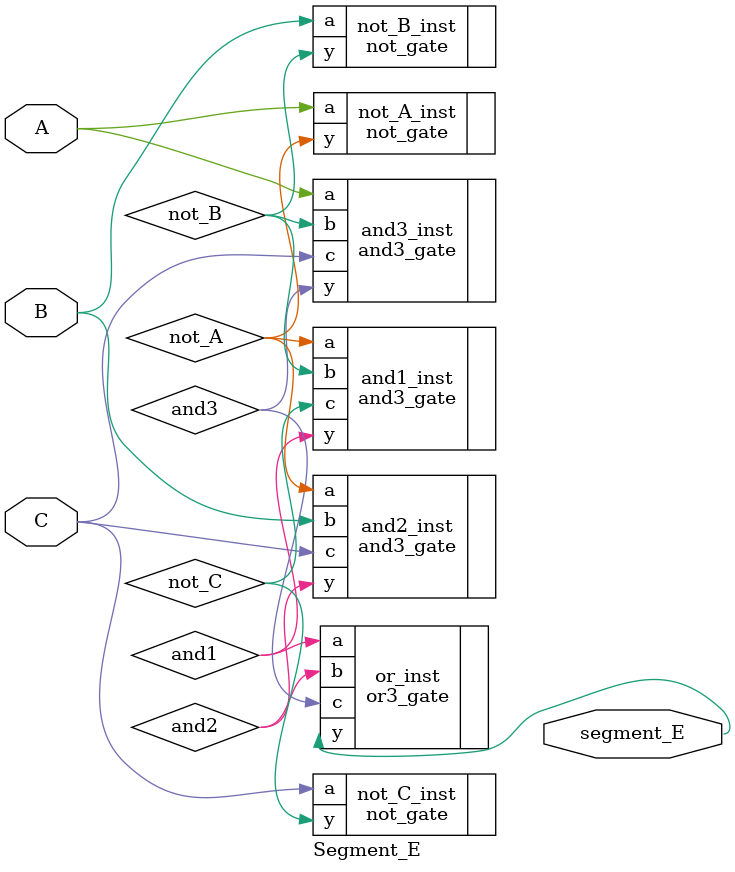
<source format=sv>
module Segment_E (
    input wire A, // Entrada A
    input wire B, // Entrada B
    input wire C, // Entrada C
    output wire segment_E // Salida para el segmento E del display de 7 segmentos
);

    wire not_A;
    wire not_B;
    wire not_C;

    // Compuerta NOT para negar A
    not_gate not_A_inst (
        .a(A),
        .y(not_A)
    );

    // Compuerta NOT para negar B
    not_gate not_B_inst (
        .a(B),
        .y(not_B)
    );

    // Compuerta NOT para negar C
    not_gate not_C_inst (
        .a(C),
        .y(not_C)
    );

    wire and1;
    wire and2;
    wire and3;

    // Compuerta AND de 3 entradas para A negado, B negado y C
    and3_gate and1_inst (
        .a(not_A), // Entrada A negada
        .b(not_B), // Entrada B negada
        .c(not_C),
        .y(and1)
    );

    // Compuerta AND de 3 entradas para A negado, B y C
    and3_gate and2_inst (
        .a(not_A), // Entrada A negada
        .b(B),
        .c(C),
        .y(and2)
    );

    // Compuerta AND de 3 entradas para A, B negado y C
    and3_gate and3_inst (
        .a(A),
        .b(not_B), // Entrada B negada
        .c(C),
        .y(and3)
    );

    // Compuerta OR de 3 entradas para combinar las salidas de las AND
    or3_gate or_inst (
        .a(and1),
        .b(and2),
        .c(and3),
        .y(segment_E) // Salida para el segmento E
    );

endmodule

</source>
